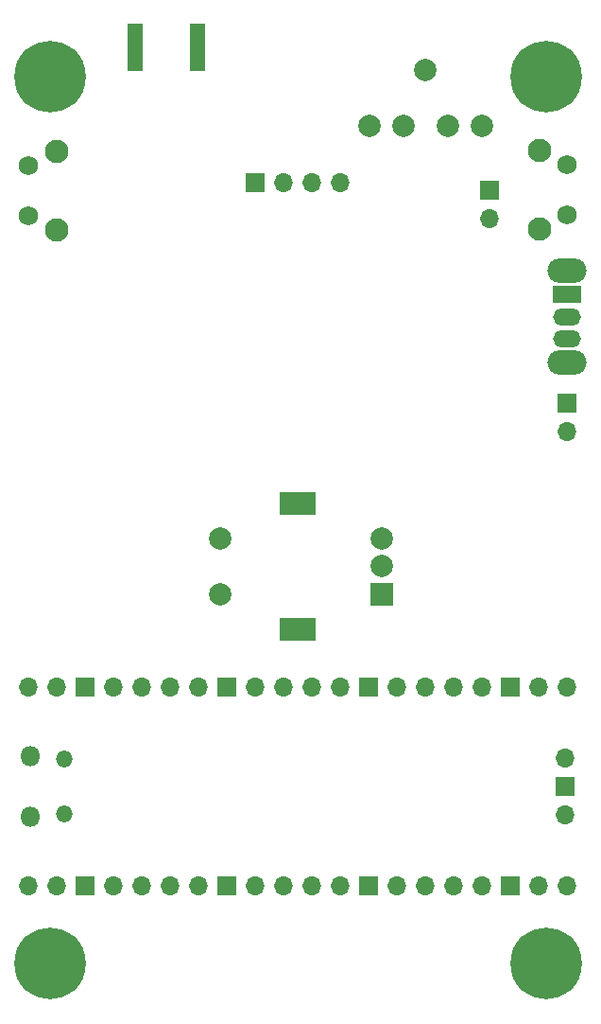
<source format=gbr>
G04 #@! TF.GenerationSoftware,KiCad,Pcbnew,7.0.5-unknown-202306101748~6fbdf8f0e2~ubuntu22.04.1*
G04 #@! TF.CreationDate,2024-07-28T12:56:51+01:00*
G04 #@! TF.ProjectId,pico_rx,7069636f-5f72-4782-9e6b-696361645f70,rev?*
G04 #@! TF.SameCoordinates,Original*
G04 #@! TF.FileFunction,Soldermask,Bot*
G04 #@! TF.FilePolarity,Negative*
%FSLAX46Y46*%
G04 Gerber Fmt 4.6, Leading zero omitted, Abs format (unit mm)*
G04 Created by KiCad (PCBNEW 7.0.5-unknown-202306101748~6fbdf8f0e2~ubuntu22.04.1) date 2024-07-28 12:56:51*
%MOMM*%
%LPD*%
G01*
G04 APERTURE LIST*
%ADD10C,6.400000*%
%ADD11C,2.100000*%
%ADD12C,1.750000*%
%ADD13O,1.800000X1.800000*%
%ADD14O,1.500000X1.500000*%
%ADD15O,1.700000X1.700000*%
%ADD16R,1.700000X1.700000*%
%ADD17R,2.000000X2.000000*%
%ADD18C,2.000000*%
%ADD19R,3.200000X2.000000*%
%ADD20R,1.350000X4.200000*%
%ADD21O,3.500000X2.200000*%
%ADD22R,2.500000X1.500000*%
%ADD23O,2.500000X1.500000*%
G04 APERTURE END LIST*
D10*
X105410000Y-105410000D03*
D11*
X105992500Y-119095000D03*
X105992500Y-112085000D03*
D12*
X103502500Y-117845000D03*
X103502500Y-113345000D03*
D13*
X103635000Y-171635000D03*
D14*
X106665000Y-171335000D03*
X106665000Y-166485000D03*
D13*
X103635000Y-166185000D03*
D15*
X103505000Y-177800000D03*
X106045000Y-177800000D03*
D16*
X108585000Y-177800000D03*
D15*
X111125000Y-177800000D03*
X113665000Y-177800000D03*
X116205000Y-177800000D03*
X118745000Y-177800000D03*
D16*
X121285000Y-177800000D03*
D15*
X123825000Y-177800000D03*
X126365000Y-177800000D03*
X128905000Y-177800000D03*
X131445000Y-177800000D03*
D16*
X133985000Y-177800000D03*
D15*
X136525000Y-177800000D03*
X139065000Y-177800000D03*
X141605000Y-177800000D03*
X144145000Y-177800000D03*
D16*
X146685000Y-177800000D03*
D15*
X149225000Y-177800000D03*
X151765000Y-177800000D03*
X151765000Y-160020000D03*
X149225000Y-160020000D03*
D16*
X146685000Y-160020000D03*
D15*
X144145000Y-160020000D03*
X141605000Y-160020000D03*
X139065000Y-160020000D03*
X136525000Y-160020000D03*
D16*
X133985000Y-160020000D03*
D15*
X131445000Y-160020000D03*
X128905000Y-160020000D03*
X126365000Y-160020000D03*
X123825000Y-160020000D03*
D16*
X121285000Y-160020000D03*
D15*
X118745000Y-160020000D03*
X116205000Y-160020000D03*
X113665000Y-160020000D03*
X111125000Y-160020000D03*
D16*
X108585000Y-160020000D03*
D15*
X106045000Y-160020000D03*
X103505000Y-160020000D03*
X151535000Y-171450000D03*
D16*
X151535000Y-168910000D03*
D15*
X151535000Y-166370000D03*
D10*
X149860000Y-184785000D03*
X105410000Y-184785000D03*
D17*
X135128000Y-151725000D03*
D18*
X135128000Y-146725000D03*
X135128000Y-149225000D03*
D19*
X127628000Y-154825000D03*
X127628000Y-143625000D03*
D18*
X120628000Y-146725000D03*
X120628000Y-151725000D03*
X139065000Y-104830000D03*
X144065000Y-109830000D03*
X141065000Y-109830000D03*
X134065000Y-109830000D03*
X137065000Y-109830000D03*
D16*
X123825000Y-114935000D03*
D15*
X126365000Y-114935000D03*
X128905000Y-114935000D03*
X131445000Y-114935000D03*
D16*
X151765000Y-134620000D03*
D15*
X151765000Y-137160000D03*
D20*
X118649000Y-102816000D03*
X112999000Y-102816000D03*
D11*
X149277500Y-112045000D03*
X149277500Y-119055000D03*
D12*
X151767500Y-113295000D03*
X151767500Y-117795000D03*
D10*
X149860000Y-105410000D03*
D21*
X151765000Y-122805000D03*
X151765000Y-131005000D03*
D22*
X151765000Y-124905000D03*
D23*
X151765000Y-126905000D03*
X151765000Y-128905000D03*
D16*
X144780000Y-115565000D03*
D15*
X144780000Y-118105000D03*
M02*

</source>
